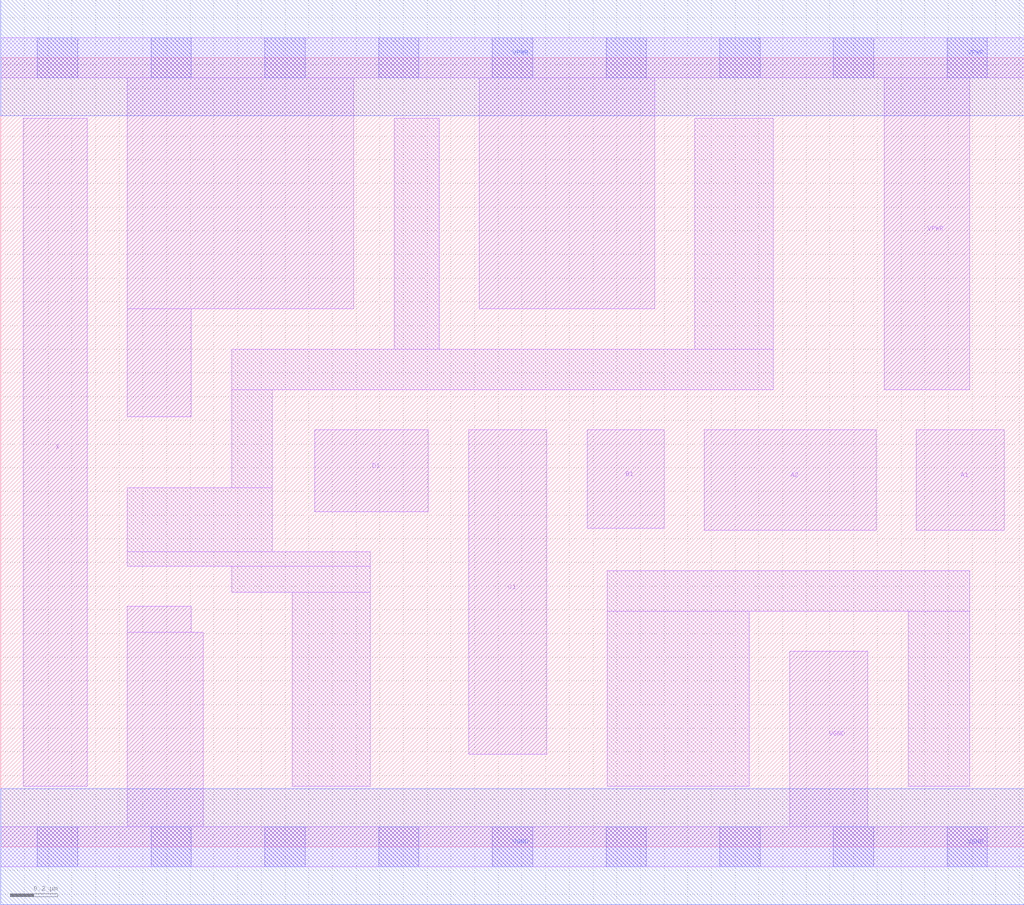
<source format=lef>
# Copyright 2020 The SkyWater PDK Authors
#
# Licensed under the Apache License, Version 2.0 (the "License");
# you may not use this file except in compliance with the License.
# You may obtain a copy of the License at
#
#     https://www.apache.org/licenses/LICENSE-2.0
#
# Unless required by applicable law or agreed to in writing, software
# distributed under the License is distributed on an "AS IS" BASIS,
# WITHOUT WARRANTIES OR CONDITIONS OF ANY KIND, either express or implied.
# See the License for the specific language governing permissions and
# limitations under the License.
#
# SPDX-License-Identifier: Apache-2.0

VERSION 5.7 ;
  NAMESCASESENSITIVE ON ;
  NOWIREEXTENSIONATPIN ON ;
  DIVIDERCHAR "/" ;
  BUSBITCHARS "[]" ;
UNITS
  DATABASE MICRONS 200 ;
END UNITS
MACRO sky130_fd_sc_lp__o2111a_1
  CLASS CORE ;
  SOURCE USER ;
  FOREIGN sky130_fd_sc_lp__o2111a_1 ;
  ORIGIN  0.000000  0.000000 ;
  SIZE  4.320000 BY  3.330000 ;
  SYMMETRY X Y R90 ;
  SITE unit ;
  PIN A1
    ANTENNAGATEAREA  0.315000 ;
    DIRECTION INPUT ;
    USE SIGNAL ;
    PORT
      LAYER li1 ;
        RECT 3.865000 1.335000 4.235000 1.760000 ;
    END
  END A1
  PIN A2
    ANTENNAGATEAREA  0.315000 ;
    DIRECTION INPUT ;
    USE SIGNAL ;
    PORT
      LAYER li1 ;
        RECT 2.970000 1.335000 3.695000 1.760000 ;
    END
  END A2
  PIN B1
    ANTENNAGATEAREA  0.315000 ;
    DIRECTION INPUT ;
    USE SIGNAL ;
    PORT
      LAYER li1 ;
        RECT 2.475000 1.345000 2.800000 1.760000 ;
    END
  END B1
  PIN C1
    ANTENNAGATEAREA  0.315000 ;
    DIRECTION INPUT ;
    USE SIGNAL ;
    PORT
      LAYER li1 ;
        RECT 1.975000 0.390000 2.305000 1.760000 ;
    END
  END C1
  PIN D1
    ANTENNAGATEAREA  0.315000 ;
    DIRECTION INPUT ;
    USE SIGNAL ;
    PORT
      LAYER li1 ;
        RECT 1.325000 1.415000 1.805000 1.760000 ;
    END
  END D1
  PIN X
    ANTENNADIFFAREA  0.556500 ;
    DIRECTION OUTPUT ;
    USE SIGNAL ;
    PORT
      LAYER li1 ;
        RECT 0.095000 0.255000 0.365000 3.075000 ;
    END
  END X
  PIN VGND
    DIRECTION INOUT ;
    USE GROUND ;
    PORT
      LAYER li1 ;
        RECT 0.000000 -0.085000 4.320000 0.085000 ;
        RECT 0.535000  0.085000 0.855000 0.905000 ;
        RECT 0.535000  0.905000 0.805000 1.015000 ;
        RECT 3.330000  0.085000 3.660000 0.825000 ;
      LAYER mcon ;
        RECT 0.155000 -0.085000 0.325000 0.085000 ;
        RECT 0.635000 -0.085000 0.805000 0.085000 ;
        RECT 1.115000 -0.085000 1.285000 0.085000 ;
        RECT 1.595000 -0.085000 1.765000 0.085000 ;
        RECT 2.075000 -0.085000 2.245000 0.085000 ;
        RECT 2.555000 -0.085000 2.725000 0.085000 ;
        RECT 3.035000 -0.085000 3.205000 0.085000 ;
        RECT 3.515000 -0.085000 3.685000 0.085000 ;
        RECT 3.995000 -0.085000 4.165000 0.085000 ;
      LAYER met1 ;
        RECT 0.000000 -0.245000 4.320000 0.245000 ;
    END
  END VGND
  PIN VPWR
    DIRECTION INOUT ;
    USE POWER ;
    PORT
      LAYER li1 ;
        RECT 0.000000 3.245000 4.320000 3.415000 ;
        RECT 0.535000 1.815000 0.805000 2.270000 ;
        RECT 0.535000 2.270000 1.490000 3.245000 ;
        RECT 2.020000 2.270000 2.760000 3.245000 ;
        RECT 3.730000 1.930000 4.090000 3.245000 ;
      LAYER mcon ;
        RECT 0.155000 3.245000 0.325000 3.415000 ;
        RECT 0.635000 3.245000 0.805000 3.415000 ;
        RECT 1.115000 3.245000 1.285000 3.415000 ;
        RECT 1.595000 3.245000 1.765000 3.415000 ;
        RECT 2.075000 3.245000 2.245000 3.415000 ;
        RECT 2.555000 3.245000 2.725000 3.415000 ;
        RECT 3.035000 3.245000 3.205000 3.415000 ;
        RECT 3.515000 3.245000 3.685000 3.415000 ;
        RECT 3.995000 3.245000 4.165000 3.415000 ;
      LAYER met1 ;
        RECT 0.000000 3.085000 4.320000 3.575000 ;
    END
  END VPWR
  OBS
    LAYER li1 ;
      RECT 0.535000 1.185000 1.560000 1.245000 ;
      RECT 0.535000 1.245000 1.145000 1.515000 ;
      RECT 0.975000 1.075000 1.560000 1.185000 ;
      RECT 0.975000 1.515000 1.145000 1.930000 ;
      RECT 0.975000 1.930000 3.260000 2.100000 ;
      RECT 1.230000 0.255000 1.560000 1.075000 ;
      RECT 1.660000 2.100000 1.850000 3.075000 ;
      RECT 2.560000 0.255000 3.160000 0.995000 ;
      RECT 2.560000 0.995000 4.090000 1.165000 ;
      RECT 2.930000 2.100000 3.260000 3.075000 ;
      RECT 3.830000 0.255000 4.090000 0.995000 ;
  END
END sky130_fd_sc_lp__o2111a_1

</source>
